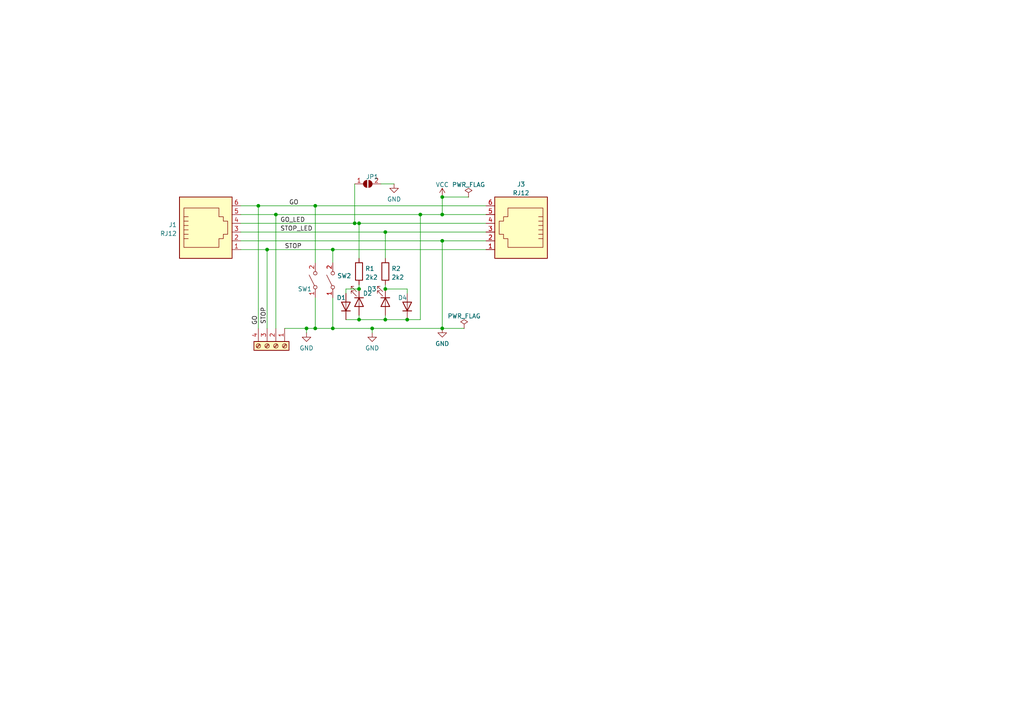
<source format=kicad_sch>
(kicad_sch (version 20211123) (generator eeschema)
  (paper "A4")
  (lib_symbols
    (symbol "Connector:RJ12" (pin_names (offset 1.016))
      (property "Reference" "J" (at -5.08 11.43 0))
      (property "Value" "RJ12" (at 2.54 11.43 0))
      (symbol "RJ12_0_1"
        (polyline (pts (xy -6.35 -1.905) (xy -5.08 -1.905) (xy -5.08 -1.905)))
        (polyline (pts (xy -6.35 -0.635) (xy -5.08 -0.635) (xy -5.08 -0.635)))
        (polyline (pts (xy -6.35 0.635) (xy -5.08 0.635) (xy -5.08 0.635)))
        (polyline (pts (xy -6.35 1.905) (xy -5.08 1.905) (xy -5.08 1.905)))
        (polyline (pts (xy -6.35 3.175) (xy -5.08 3.175) (xy -5.08 3.175)))
        (polyline (pts (xy -5.08 4.445) (xy -6.35 4.445) (xy -6.35 4.445)))
        (polyline (pts (xy -6.35 -4.445) (xy -6.35 6.985) (xy 3.81 6.985) (xy 3.81 4.445) (xy 5.08 4.445) (xy 5.08 3.175) (xy 6.35 3.175) (xy 6.35 -0.635) (xy 5.08 -0.635) (xy 5.08 -1.905) (xy 3.81 -1.905) (xy 3.81 -4.445) (xy -6.35 -4.445) (xy -6.35 -4.445)))
        (rectangle (start 7.62 10.16) (end -7.62 -7.62) (stroke (width 0.254)) (fill (type background)))
      )
      (symbol "RJ12_1_1"
        (pin passive line (at 10.16 -5.08 180) (length 2.54) (name "~") (number "1"))
        (pin passive line (at 10.16 -2.54 180) (length 2.54) (name "~") (number "2"))
        (pin passive line (at 10.16 0 180) (length 2.54) (name "~") (number "3"))
        (pin passive line (at 10.16 2.54 180) (length 2.54) (name "~") (number "4"))
        (pin passive line (at 10.16 5.08 180) (length 2.54) (name "~") (number "5"))
        (pin passive line (at 10.16 7.62 180) (length 2.54) (name "~") (number "6"))
      )
    )
    (symbol "Connector:Screw_Terminal_01x04" (pin_names (offset 1.016) hide)
      (property "Reference" "J" (at 0 5.08 0))
      (property "Value" "Screw_Terminal_01x04" (at 0 -7.62 0))
      (symbol "Screw_Terminal_01x04_1_1"
        (rectangle (start -1.27 3.81) (end 1.27 -6.35) (stroke (width 0.254)) (fill (type background)))
        (circle (center 0 -5.08) (radius 0.635) (stroke (width 0.1524)))
        (circle (center 0 -2.54) (radius 0.635) (stroke (width 0.1524)))
        (polyline (pts (xy -0.5334 -4.7498) (xy 0.3302 -5.588)) (stroke (width 0.1524)))
        (polyline (pts (xy -0.5334 -2.2098) (xy 0.3302 -3.048)) (stroke (width 0.1524)))
        (polyline (pts (xy -0.5334 0.3302) (xy 0.3302 -0.508)) (stroke (width 0.1524)))
        (polyline (pts (xy -0.5334 2.8702) (xy 0.3302 2.032)) (stroke (width 0.1524)))
        (polyline (pts (xy -0.3556 -4.572) (xy 0.508 -5.4102)) (stroke (width 0.1524)))
        (polyline (pts (xy -0.3556 -2.032) (xy 0.508 -2.8702)) (stroke (width 0.1524)))
        (polyline (pts (xy -0.3556 0.508) (xy 0.508 -0.3302)) (stroke (width 0.1524)))
        (polyline (pts (xy -0.3556 3.048) (xy 0.508 2.2098)) (stroke (width 0.1524)))
        (circle (center 0 0) (radius 0.635) (stroke (width 0.1524)))
        (circle (center 0 2.54) (radius 0.635) (stroke (width 0.1524)))
        (pin passive line (at -5.08 2.54 0) (length 3.81) (name "Pin_1") (number "1"))
        (pin passive line (at -5.08 0 0) (length 3.81) (name "Pin_2") (number "2"))
        (pin passive line (at -5.08 -2.54 0) (length 3.81) (name "Pin_3") (number "3"))
        (pin passive line (at -5.08 -5.08 0) (length 3.81) (name "Pin_4") (number "4"))
      )
    )
    (symbol "Device:D" (pin_numbers hide) (pin_names (offset 1.016) hide)
      (property "Reference" "D" (at 0 2.54 0))
      (property "Value" "D" (at 0 -2.54 0))
      (symbol "D_0_1"
        (polyline (pts (xy -1.27 1.27) (xy -1.27 -1.27)) (stroke (width 0.254)))
        (polyline (pts (xy 1.27 0) (xy -1.27 0)))
        (polyline (pts (xy 1.27 1.27) (xy 1.27 -1.27) (xy -1.27 0) (xy 1.27 1.27)) (stroke (width 0.254)))
      )
      (symbol "D_1_1"
        (pin passive line (at -3.81 0 0) (length 2.54) (name "K") (number "1"))
        (pin passive line (at 3.81 0 180) (length 2.54) (name "A") (number "2"))
      )
    )
    (symbol "Device:LED" (pin_numbers hide) (pin_names (offset 1.016) hide)
      (property "Reference" "D" (at 0 2.54 0))
      (property "Value" "LED" (at 0 -2.54 0))
      (symbol "LED_0_1"
        (polyline (pts (xy -1.27 -1.27) (xy -1.27 1.27)) (stroke (width 0.254)))
        (polyline (pts (xy -1.27 0) (xy 1.27 0)))
        (polyline (pts (xy 1.27 -1.27) (xy 1.27 1.27) (xy -1.27 0) (xy 1.27 -1.27)) (stroke (width 0.254)))
        (polyline (pts (xy -3.048 -0.762) (xy -4.572 -2.286) (xy -3.81 -2.286) (xy -4.572 -2.286) (xy -4.572 -1.524)))
        (polyline (pts (xy -1.778 -0.762) (xy -3.302 -2.286) (xy -2.54 -2.286) (xy -3.302 -2.286) (xy -3.302 -1.524)))
      )
      (symbol "LED_1_1"
        (pin passive line (at -3.81 0 0) (length 2.54) (name "K") (number "1"))
        (pin passive line (at 3.81 0 180) (length 2.54) (name "A") (number "2"))
      )
    )
    (symbol "Device:R" (pin_numbers hide) (pin_names (offset 0))
      (property "Reference" "R" (at 2.032 0 90))
      (property "Value" "R" (at 0 0 90))
      (symbol "R_0_1"
        (rectangle (start -1.016 -2.54) (end 1.016 2.54) (stroke (width 0.254)))
      )
      (symbol "R_1_1"
        (pin passive line (at 0 3.81 270) (length 1.27) (name "~") (number "1"))
        (pin passive line (at 0 -3.81 90) (length 1.27) (name "~") (number "2"))
      )
    )
    (symbol "Jumper:SolderJumper_2_Open" (pin_names (offset 0) hide)
      (property "Reference" "JP" (at 0 2.032 0))
      (property "Value" "SolderJumper_2_Open" (at 0 -2.54 0))
      (symbol "SolderJumper_2_Open_0_1"
        (arc (start -0.254 1.016) (mid -1.27 0) (end -0.254 -1.016))
        (arc (start -0.254 1.016) (mid -1.27 0) (end -0.254 -1.016) (fill (type outline)))
        (polyline (pts (xy -0.254 1.016) (xy -0.254 -1.016)))
        (polyline (pts (xy 0.254 1.016) (xy 0.254 -1.016)))
        (arc (start 0.254 -1.016) (mid 1.27 0) (end 0.254 1.016))
        (arc (start 0.254 -1.016) (mid 1.27 0) (end 0.254 1.016) (fill (type outline)))
      )
      (symbol "SolderJumper_2_Open_1_1"
        (pin passive line (at -3.81 0 0) (length 2.54) (name "A") (number "1"))
        (pin passive line (at 3.81 0 180) (length 2.54) (name "B") (number "2"))
      )
    )
    (symbol "Switch:SW_SPST" (pin_names (offset 0) hide)
      (property "Reference" "SW" (at 0 3.175 0))
      (property "Value" "SW_SPST" (at 0 -2.54 0))
      (symbol "SW_SPST_0_0"
        (circle (center -2.032 0) (radius 0.508))
        (polyline (pts (xy -1.524 0.254) (xy 1.524 1.778)))
        (circle (center 2.032 0) (radius 0.508))
      )
      (symbol "SW_SPST_1_1"
        (pin passive line (at -5.08 0 0) (length 2.54) (name "A") (number "1"))
        (pin passive line (at 5.08 0 180) (length 2.54) (name "B") (number "2"))
      )
    )
    (symbol "power:GND" (power) (pin_names (offset 0))
      (property "Value" "GND" (at 0 -3.81 0))
      (symbol "GND_0_1"
        (polyline (pts (xy 0 0) (xy 0 -1.27) (xy 1.27 -1.27) (xy 0 -2.54) (xy -1.27 -1.27) (xy 0 -1.27)))
      )
      (symbol "GND_1_1"
        (pin power_in line (at 0 0 270) (length 0) hide (name "GND") (number "1"))
      )
    )
    (symbol "power:PWR_FLAG" (power) (pin_numbers hide) (pin_names (offset 0) hide)
      (property "Value" "PWR_FLAG" (at 0 3.81 0))
      (symbol "PWR_FLAG_0_0"
        (pin power_out line (at 0 0 90) (length 0) (name "pwr") (number "1"))
      )
      (symbol "PWR_FLAG_0_1"
        (polyline (pts (xy 0 0) (xy 0 1.27) (xy -1.016 1.905) (xy 0 2.54) (xy 1.016 1.905) (xy 0 1.27)))
      )
    )
    (symbol "power:VCC" (power) (pin_names (offset 0))
      (property "Value" "VCC" (at 0 3.81 0))
      (symbol "VCC_0_1"
        (polyline (pts (xy -0.762 1.27) (xy 0 2.54)))
        (polyline (pts (xy 0 0) (xy 0 2.54)))
        (polyline (pts (xy 0 2.54) (xy 0.762 1.27)))
      )
      (symbol "VCC_1_1"
        (pin power_in line (at 0 0 90) (length 0) hide (name "VCC") (number "1"))
      )
    )
  )
  (junction (at 88.9 95.25))
  (junction (at 111.76 83.82))
  (junction (at 121.92 62.23))
  (junction (at 107.95 95.25))
  (junction (at 77.47 72.39))
  (junction (at 104.14 92.71))
  (junction (at 74.93 59.69))
  (junction (at 118.11 92.71))
  (junction (at 91.44 95.25))
  (junction (at 102.87 64.77))
  (junction (at 128.27 95.25))
  (junction (at 111.76 67.31))
  (junction (at 104.14 64.77))
  (junction (at 128.27 57.15))
  (junction (at 104.14 83.82))
  (junction (at 96.52 95.25))
  (junction (at 111.76 92.71))
  (junction (at 96.52 72.39))
  (junction (at 128.27 62.23))
  (junction (at 91.44 59.69))
  (junction (at 128.27 69.85))
  (junction (at 80.01 62.23))
  (wire (pts (xy 104.14 64.77) (xy 104.14 74.93)))
  (wire (pts (xy 118.11 92.71) (xy 121.92 92.71)))
  (wire (pts (xy 91.44 59.69) (xy 140.97 59.69)))
  (wire (pts (xy 121.92 92.71) (xy 121.92 62.23)))
  (wire (pts (xy 91.44 95.25) (xy 88.9 95.25)))
  (wire (pts (xy 100.33 83.82) (xy 104.14 83.82)))
  (wire (pts (xy 102.87 64.77) (xy 104.14 64.77)))
  (wire (pts (xy 74.93 59.69) (xy 74.93 95.25)))
  (wire (pts (xy 128.27 57.15) (xy 128.27 62.23)))
  (wire (pts (xy 107.95 95.25) (xy 128.27 95.25)))
  (wire (pts (xy 100.33 92.71) (xy 104.14 92.71)))
  (wire (pts (xy 88.9 95.25) (xy 88.9 96.52)))
  (wire (pts (xy 77.47 72.39) (xy 77.47 95.25)))
  (wire (pts (xy 111.76 67.31) (xy 140.97 67.31)))
  (wire (pts (xy 128.27 69.85) (xy 128.27 95.25)))
  (wire (pts (xy 91.44 95.25) (xy 96.52 95.25)))
  (wire (pts (xy 111.76 82.55) (xy 111.76 83.82)))
  (wire (pts (xy 69.85 59.69) (xy 74.93 59.69)))
  (wire (pts (xy 107.95 95.25) (xy 107.95 96.52)))
  (wire (pts (xy 80.01 62.23) (xy 121.92 62.23)))
  (wire (pts (xy 118.11 83.82) (xy 118.11 85.09)))
  (wire (pts (xy 100.33 85.09) (xy 100.33 83.82)))
  (wire (pts (xy 91.44 59.69) (xy 91.44 76.2)))
  (wire (pts (xy 69.85 72.39) (xy 77.47 72.39)))
  (wire (pts (xy 69.85 62.23) (xy 80.01 62.23)))
  (wire (pts (xy 104.14 92.71) (xy 111.76 92.71)))
  (wire (pts (xy 91.44 86.36) (xy 91.44 95.25)))
  (wire (pts (xy 128.27 95.25) (xy 134.62 95.25)))
  (wire (pts (xy 111.76 92.71) (xy 118.11 92.71)))
  (wire (pts (xy 96.52 95.25) (xy 107.95 95.25)))
  (wire (pts (xy 104.14 91.44) (xy 104.14 92.71)))
  (wire (pts (xy 110.49 53.34) (xy 114.3 53.34)))
  (wire (pts (xy 102.87 53.34) (xy 102.87 64.77)))
  (wire (pts (xy 104.14 82.55) (xy 104.14 83.82)))
  (wire (pts (xy 111.76 67.31) (xy 111.76 74.93)))
  (wire (pts (xy 96.52 72.39) (xy 140.97 72.39)))
  (wire (pts (xy 82.55 95.25) (xy 88.9 95.25)))
  (wire (pts (xy 69.85 69.85) (xy 128.27 69.85)))
  (wire (pts (xy 74.93 59.69) (xy 91.44 59.69)))
  (wire (pts (xy 140.97 69.85) (xy 128.27 69.85)))
  (wire (pts (xy 111.76 91.44) (xy 111.76 92.71)))
  (wire (pts (xy 69.85 64.77) (xy 102.87 64.77)))
  (wire (pts (xy 140.97 62.23) (xy 128.27 62.23)))
  (wire (pts (xy 80.01 62.23) (xy 80.01 95.25)))
  (wire (pts (xy 96.52 86.36) (xy 96.52 95.25)))
  (wire (pts (xy 104.14 64.77) (xy 140.97 64.77)))
  (wire (pts (xy 128.27 57.15) (xy 135.89 57.15)))
  (wire (pts (xy 121.92 62.23) (xy 128.27 62.23)))
  (wire (pts (xy 111.76 83.82) (xy 118.11 83.82)))
  (wire (pts (xy 69.85 67.31) (xy 111.76 67.31)))
  (wire (pts (xy 77.47 72.39) (xy 96.52 72.39)))
  (wire (pts (xy 96.52 72.39) (xy 96.52 76.2)))
  (label "GO" (at 83.82 59.69 0))
  (label "GO" (at 74.93 91.44 270))
  (label "STOP_LED" (at 81.28 67.31 0))
  (label "GO_LED" (at 81.28 64.77 0))
  (label "STOP" (at 82.55 72.39 0))
  (label "STOP" (at 77.47 93.98 90))
  (symbol (lib_id "power:VCC") (at 128.27 57.15 0) (unit 1)
    (property "Reference" "#PWR03" (effects hide))
    (property "Value" "VCC" (at 128.27 53.5742 0))
  )
  (symbol (lib_id "Device:LED") (at 104.14 87.63 270) (unit 1)
    (property "Reference" "D2" (at 107.95 85.09 90) (effects (justify right)))
    (property "Value" "LED" (effects hide))
    (property "Footprint" "LED_THT:LED_D3.0mm" (effects hide))
  )
  (symbol (lib_id "Jumper:SolderJumper_2_Open") (at 106.68 53.34 0) (unit 1)
    (property "Reference" "JP1" (at 107.95 51.2882 0))
    (property "Value" "SolderJumper_2_Open" (effects hide))
    (property "Footprint" "Jumper:SolderJumper-2_P1.3mm_Open_RoundedPad1.0x1.5mm" (effects hide))
  )
  (symbol (lib_id "Connector:RJ12") (at 151.13 67.31 0) (mirror y) (unit 1)
    (property "Reference" "J3" (at 151.13 53.4502 0))
    (property "Value" "RJ12" (at 151.13 55.9871 0))
    (property "Footprint" "Connector_RJ:RJ25_Wayconn_MJEA-660X1_Horizontal" (effects hide))
  )
  (symbol (lib_id "power:GND") (at 128.27 95.25 0) (unit 1)
    (property "Reference" "#PWR04" (effects hide))
    (property "Value" "GND" (at 128.27 99.6934 0))
  )
  (symbol (lib_id "Device:D") (at 100.33 88.9 90) (unit 1)
    (property "Reference" "D1" (at 100.33 86.36 90) (effects (justify left)))
    (property "Value" "D" (effects hide))
    (property "Footprint" "Diode_THT:D_DO-34_SOD68_P7.62mm_Horizontal" (effects hide))
  )
  (symbol (lib_id "Device:D") (at 118.11 88.9 90) (unit 1)
    (property "Reference" "D4" (at 118.11 86.36 90) (effects (justify left)))
    (property "Value" "D" (effects hide))
    (property "Footprint" "Diode_THT:D_DO-34_SOD68_P7.62mm_Horizontal" (effects hide))
  )
  (symbol (lib_id "power:GND") (at 114.3 53.34 0) (unit 1)
    (property "Reference" "#PWR0101" (effects hide))
    (property "Value" "GND" (at 114.3 57.7834 0))
  )
  (symbol (lib_id "Device:LED") (at 111.76 87.63 270) (unit 1)
    (property "Reference" "D3" (at 109.22 83.82 90) (effects (justify right)))
    (property "Value" "LED" (effects hide))
    (property "Footprint" "LED_THT:LED_D3.0mm" (effects hide))
  )
  (symbol (lib_id "power:PWR_FLAG") (at 134.62 95.25 0) (unit 1)
    (property "Reference" "#FLG0102" (effects hide))
    (property "Value" "PWR_FLAG" (at 134.62 91.6742 0))
  )
  (symbol (lib_id "Switch:SW_SPST") (at 96.52 81.28 90) (unit 1)
    (property "Reference" "SW2" (at 97.79 80.01 90) (effects (justify right)))
    (property "Value" "SW_SPST" (effects hide))
    (property "Footprint" "Button_Switch_THT:SW_PUSH-12mm" (effects hide))
  )
  (symbol (lib_id "Switch:SW_SPST") (at 91.44 81.28 90) (unit 1)
    (property "Reference" "SW1" (at 86.36 83.82 90) (effects (justify right)))
    (property "Value" "SW_SPST" (effects hide))
    (property "Footprint" "Button_Switch_THT:SW_PUSH-12mm" (effects hide))
  )
  (symbol (lib_id "Connector:RJ12") (at 59.69 67.31 0) (unit 1)
    (property "Reference" "J1" (at 51.308 65.2053 0) (effects (justify right)))
    (property "Value" "RJ12" (at 51.308 67.7422 0) (effects (justify right)))
    (property "Footprint" "Connector_RJ:RJ25_Wayconn_MJEA-660X1_Horizontal" (effects hide))
  )
  (symbol (lib_id "Device:R") (at 104.14 78.74 0) (unit 1)
    (property "Reference" "R1" (at 105.918 77.9053 0) (effects (justify left)))
    (property "Value" "2k2" (at 105.918 80.4422 0) (effects (justify left)))
    (property "Footprint" "Resistor_THT:R_Axial_DIN0204_L3.6mm_D1.6mm_P7.62mm_Horizontal" (effects hide))
  )
  (symbol (lib_id "power:PWR_FLAG") (at 135.89 57.15 0) (unit 1)
    (property "Reference" "#FLG0101" (effects hide))
    (property "Value" "PWR_FLAG" (at 135.89 53.5742 0))
  )
  (symbol (lib_id "power:GND") (at 88.9 96.52 0) (unit 1)
    (property "Reference" "#PWR01" (effects hide))
    (property "Value" "GND" (at 88.9 100.9634 0))
  )
  (symbol (lib_id "Connector:Screw_Terminal_01x04") (at 80.01 100.33 270) (unit 1)
    (property "Reference" "J2" (effects hide))
    (property "Value" "Screw_Terminal_01x04" (effects hide))
    (property "Footprint" "TerminalBlock_Phoenix:TerminalBlock_Phoenix_MKDS-1,5-4-5.08_1x04_P5.08mm_Horizontal" (effects hide))
  )
  (symbol (lib_id "Device:R") (at 111.76 78.74 0) (unit 1)
    (property "Reference" "R2" (at 113.538 77.9053 0) (effects (justify left)))
    (property "Value" "2k2" (at 113.538 80.4422 0) (effects (justify left)))
    (property "Footprint" "Resistor_THT:R_Axial_DIN0204_L3.6mm_D1.6mm_P7.62mm_Horizontal" (effects hide))
  )
  (symbol (lib_id "power:GND") (at 107.95 96.52 0) (unit 1)
    (property "Reference" "#PWR02" (effects hide))
    (property "Value" "GND" (at 107.95 100.9634 0))
  )
)
</source>
